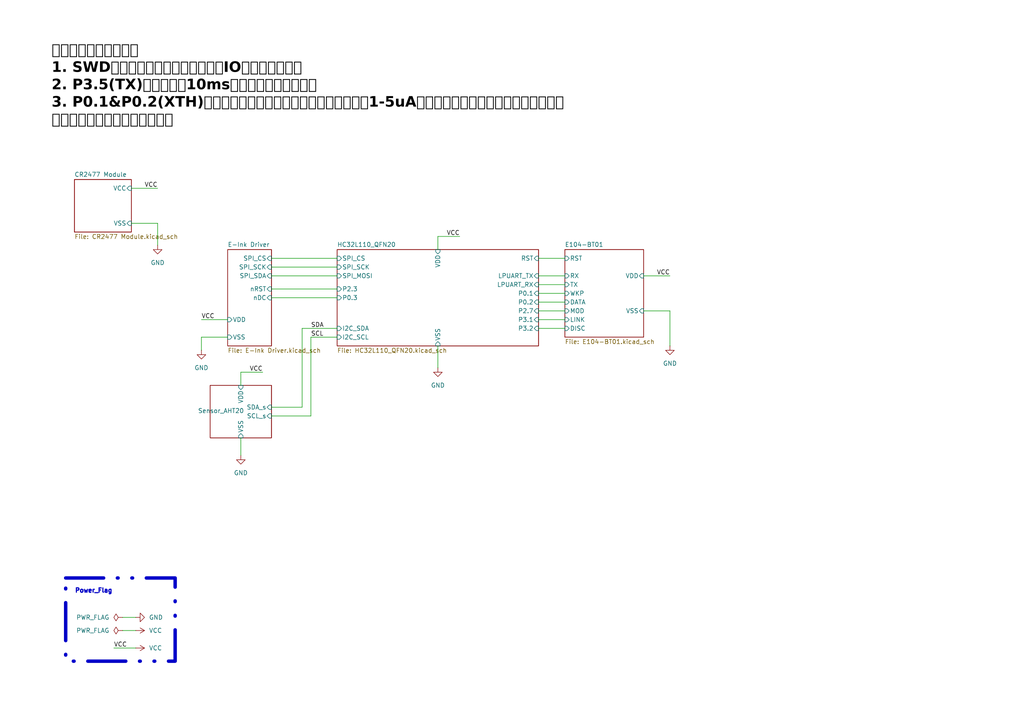
<source format=kicad_sch>
(kicad_sch (version 20231120) (generator "eeschema") (generator_version "8.0")
  (paper "A4")
  (lib_symbols
    (symbol "Library:GND" (power) (pin_numbers hide) (pin_names (offset 0) hide)
      (property "Value" "GND" (at 0 -3.81 0))
      (symbol "GND_0_1"
        (polyline (pts (xy 0 0) (xy 0 -1.27) (xy 1.27 -1.27) (xy 0 -2.54) (xy -1.27 -1.27) (xy 0 -1.27)))
      )
      (symbol "GND_1_1"
        (pin power_in line (at 0 0 270) (length 0) (name "~") (number "1"))
      )
    )
    (symbol "Library:PWR_FLAG" (power) (pin_numbers hide) (pin_names (offset 0) hide)
      (property "Value" "PWR_FLAG" (at 0 3.81 0))
      (symbol "PWR_FLAG_0_0"
        (pin power_out line (at 0 0 90) (length 0) (name "~") (number "1"))
      )
      (symbol "PWR_FLAG_0_1"
        (polyline (pts (xy 0 0) (xy 0 1.27) (xy -1.016 1.905) (xy 0 2.54) (xy 1.016 1.905) (xy 0 1.27)))
      )
    )
    (symbol "Library:VCC" (power) (pin_numbers hide) (pin_names (offset 0) hide)
      (property "Value" "VCC" (at 0 3.556 0))
      (symbol "VCC_0_1"
        (polyline (pts (xy -0.762 1.27) (xy 0 2.54)))
        (polyline (pts (xy 0 0) (xy 0 2.54)))
        (polyline (pts (xy 0 2.54) (xy 0.762 1.27)))
      )
      (symbol "VCC_1_1"
        (pin power_in line (at 0 0 90) (length 0) (name "~") (number "1"))
      )
    )
  )
  (wire (pts (xy 58.42 97.79) (xy 66.04 97.79)))
  (wire (pts (xy 78.74 74.93) (xy 97.79 74.93)))
  (wire (pts (xy 78.74 83.82) (xy 97.79 83.82)))
  (wire (pts (xy 127 68.58) (xy 127 72.39)))
  (wire (pts (xy 78.74 86.36) (xy 97.79 86.36)))
  (wire (pts (xy 35.56 179.07) (xy 39.37 179.07)))
  (wire (pts (xy 194.31 90.17) (xy 194.31 100.33)))
  (wire (pts (xy 186.69 80.01) (xy 194.31 80.01)))
  (wire (pts (xy 69.85 107.95) (xy 69.85 111.76)))
  (wire (pts (xy 133.35 68.58) (xy 127 68.58)))
  (wire (pts (xy 78.74 120.65) (xy 90.17 120.65)))
  (wire (pts (xy 156.21 90.17) (xy 163.83 90.17)))
  (wire (pts (xy 78.74 118.11) (xy 87.63 118.11)))
  (wire (pts (xy 90.17 97.79) (xy 90.17 120.65)))
  (wire (pts (xy 45.72 64.77) (xy 45.72 71.12)))
  (wire (pts (xy 35.56 182.88) (xy 39.37 182.88)))
  (wire (pts (xy 156.21 74.93) (xy 163.83 74.93)))
  (wire (pts (xy 33.02 187.96) (xy 39.37 187.96)))
  (wire (pts (xy 186.69 90.17) (xy 194.31 90.17)))
  (wire (pts (xy 156.21 95.25) (xy 163.83 95.25)))
  (wire (pts (xy 69.85 127) (xy 69.85 132.08)))
  (wire (pts (xy 38.1 54.61) (xy 45.72 54.61)))
  (wire (pts (xy 156.21 82.55) (xy 163.83 82.55)))
  (wire (pts (xy 87.63 95.25) (xy 97.79 95.25)))
  (wire (pts (xy 58.42 92.71) (xy 66.04 92.71)))
  (wire (pts (xy 97.79 97.79) (xy 90.17 97.79)))
  (wire (pts (xy 127 100.33) (xy 127 106.68)))
  (wire (pts (xy 38.1 64.77) (xy 45.72 64.77)))
  (wire (pts (xy 156.21 80.01) (xy 163.83 80.01)))
  (wire (pts (xy 78.74 80.01) (xy 97.79 80.01)))
  (wire (pts (xy 156.21 85.09) (xy 163.83 85.09)))
  (wire (pts (xy 156.21 87.63) (xy 163.83 87.63)))
  (wire (pts (xy 78.74 77.47) (xy 97.79 77.47)))
  (wire (pts (xy 58.42 101.6) (xy 58.42 97.79)))
  (wire (pts (xy 87.63 118.11) (xy 87.63 95.25)))
  (wire (pts (xy 156.21 92.71) (xy 163.83 92.71)))
  (wire (pts (xy 76.2 107.95) (xy 69.85 107.95)))
  (rectangle (start 19.05 167.64) (end 50.8 191.77) (stroke (width 1) (type dash_dot_dot)))
  (text "特殊端口复用注意项：\n1. SWD端口上电后默认高电平，直至IO端口配置生效；\n2. P3.5(TX)上电时输出10ms高电平脉冲握手信号；\n3. P0.1&P0.2(XTH)在低功耗模式下，若两引脚电平不同，会有1-5uA电流，该两引脚应尽量处于相同状态。\n请注意以上引脚外围电路影响。" (at 14.986 25.654 0) (effects (font (size 3 3) (thickness 0.4) (bold yes)) (justify left)))
  (text "Power_Flag" (at 27.178 171.45 0) (effects (font (size 1.27 1.27) (thickness 0.508) (bold yes))))
  (label "VCC" (at 45.72 54.61 180))
  (label "VCC" (at 76.2 107.95 180))
  (label "VCC" (at 133.35 68.58 180))
  (label "VCC" (at 33.02 187.96 0))
  (label "VCC" (at 58.42 92.71 0))
  (label "SDA" (at 90.17 95.25 0))
  (label "SCL" (at 90.17 97.79 0))
  (label "VCC" (at 194.31 80.01 180))
  (symbol (lib_id "Library:GND") (at 194.31 100.33 0) (unit 1)
    (property "Reference" "#PWR04" (effects (hide yes)))
    (property "Value" "GND" (at 194.31 105.41 0))
    (property "Description" "Power symbol creates a global label with name \"GND\" , ground" (effects (hide yes)))
  )
  (symbol (lib_id "Library:GND") (at 69.85 132.08 0) (unit 1)
    (property "Reference" "#PWR02" (effects (hide yes)))
    (property "Value" "GND" (at 69.85 137.16 0))
    (property "Description" "Power symbol creates a global label with name \"GND\" , ground" (effects (hide yes)))
  )
  (symbol (lib_id "Library:GND") (at 39.37 179.07 90) (unit 1)
    (property "Reference" "#PWR05" (effects (hide yes)))
    (property "Value" "GND" (at 43.18 179.0699 90) (effects (justify right)))
    (property "Description" "Power symbol creates a global label with name \"GND\" , ground" (effects (hide yes)))
  )
  (symbol (lib_id "Library:VCC") (at 39.37 182.88 270) (unit 1)
    (property "Reference" "#PWR07" (effects (hide yes)))
    (property "Value" "VCC" (at 43.18 182.8799 90) (effects (justify left)))
    (property "Description" "Power symbol creates a global label with name \"VCC\"" (effects (hide yes)))
  )
  (symbol (lib_id "Library:GND") (at 58.42 101.6 0) (unit 1)
    (property "Reference" "#PWR08" (effects (hide yes)))
    (property "Value" "GND" (at 58.42 106.68 0))
    (property "Description" "Power symbol creates a global label with name \"GND\" , ground" (effects (hide yes)))
  )
  (symbol (lib_id "Library:PWR_FLAG") (at 35.56 179.07 90) (unit 1)
    (property "Reference" "#FLG01" (effects (hide yes)))
    (property "Value" "PWR_FLAG" (at 31.75 179.0699 90) (effects (justify left)))
    (property "Description" "Special symbol for telling ERC where power comes from" (effects (hide yes)))
  )
  (symbol (lib_id "Library:VCC") (at 39.37 187.96 270) (unit 1)
    (property "Reference" "#PWR06" (effects (hide yes)))
    (property "Value" "VCC" (at 43.18 187.9599 90) (effects (justify left)))
    (property "Description" "Power symbol creates a global label with name \"VCC\"" (effects (hide yes)))
  )
  (symbol (lib_id "Library:PWR_FLAG") (at 35.56 182.88 90) (unit 1)
    (property "Reference" "#FLG02" (effects (hide yes)))
    (property "Value" "PWR_FLAG" (at 31.75 182.8799 90) (effects (justify left)))
    (property "Description" "Special symbol for telling ERC where power comes from" (effects (hide yes)))
  )
  (symbol (lib_id "Library:GND") (at 45.72 71.12 0) (unit 1)
    (property "Reference" "#PWR01" (effects (hide yes)))
    (property "Value" "GND" (at 45.72 76.2 0))
    (property "Description" "Power symbol creates a global label with name \"GND\" , ground" (effects (hide yes)))
  )
  (symbol (lib_id "Library:GND") (at 127 106.68 0) (unit 1)
    (property "Reference" "#PWR03" (effects (hide yes)))
    (property "Value" "GND" (at 127 111.76 0))
    (property "Description" "Power symbol creates a global label with name \"GND\" , ground" (effects (hide yes)))
  )
  (sheet (at 163.83 72.39) (size 22.86 25.4) (stroke (width 0.1524))
    (property "Sheetname" "E104-BT01" (at 163.83 71.6784 0) (effects (justify left bottom)))
    (property "Sheetfile" "E104-BT01.kicad_sch" (at 163.83 98.3746 0) (effects (justify left top)))
    (pin "DATA" input (at 163.83 87.63 180))
    (pin "VDD" input (at 186.69 80.01 0))
    (pin "LINK" input (at 163.83 92.71 180))
    (pin "DISC" input (at 163.83 95.25 180))
    (pin "WKP" input (at 163.83 85.09 180))
    (pin "TX" input (at 163.83 82.55 180))
    (pin "RX" input (at 163.83 80.01 180))
    (pin "RST" input (at 163.83 74.93 180))
    (pin "MOD" input (at 163.83 90.17 180))
    (pin "VSS" input (at 186.69 90.17 0))
  )
  (sheet (at 21.59 52.07) (size 16.51 15.24) (stroke (width 0.1524))
    (property "Sheetname" "CR2477 Module" (at 21.59 51.3584 0) (effects (justify left bottom)))
    (property "Sheetfile" "CR2477 Module.kicad_sch" (at 21.59 67.8946 0) (effects (justify left top)))
    (pin "VCC" input (at 38.1 54.61 0))
    (pin "VSS" input (at 38.1 64.77 0))
  )
  (sheet (at 97.79 72.39) (size 58.42 27.94) (stroke (width 0.1524))
    (property "Sheetname" "HC32L110_QFN20" (at 97.79 71.6784 0) (effects (justify left bottom)))
    (property "Sheetfile" "HC32L110_QFN20.kicad_sch" (at 97.79 100.9146 0) (effects (justify left top)))
    (pin "RST" input (at 156.21 74.93 0))
    (pin "VDD" input (at 127 72.39 90))
    (pin "SPI_CS" input (at 97.79 74.93 180))
    (pin "P0.3" input (at 97.79 86.36 180))
    (pin "P2.3" input (at 97.79 83.82 180))
    (pin "P0.2" input (at 156.21 87.63 0))
    (pin "P0.1" input (at 156.21 85.09 0))
    (pin "I2C_SDA" input (at 97.79 95.25 180))
    (pin "I2C_SCL" input (at 97.79 97.79 180))
    (pin "SPI_SCK" input (at 97.79 77.47 180))
    (pin "LPUART_RX" input (at 156.21 82.55 0))
    (pin "LPUART_TX" input (at 156.21 80.01 0))
    (pin "P3.2" input (at 156.21 95.25 0))
    (pin "P3.1" input (at 156.21 92.71 0))
    (pin "SPI_MOSI" input (at 97.79 80.01 180))
    (pin "P2.7" input (at 156.21 90.17 0))
    (pin "VSS" input (at 127 100.33 270))
  )
  (sheet (at 60.96 111.76) (size 17.78 15.24) (stroke (width 0.1524))
    (property "Sheetname" "Sensor_AHT20" (at 57.404 119.888 0) (effects (justify left bottom)))
    (property "Sheetfile" "HierSch/Demo_AHT20.kicad_sch" (effects (hide yes)))
    (pin "SCL_s" input (at 78.74 120.65 0))
    (pin "SDA_s" input (at 78.74 118.11 0))
    (pin "VDD" input (at 69.85 111.76 90))
    (pin "VSS" input (at 69.85 127 270))
  )
  (sheet (at 66.04 72.39) (size 12.7 27.94) (stroke (width 0.1524))
    (property "Sheetname" "E-Ink Driver" (at 66.04 71.6784 0) (effects (justify left bottom)))
    (property "Sheetfile" "E-Ink Driver.kicad_sch" (at 66.04 100.9146 0) (effects (justify left top)))
    (pin "SPI_SCK" input (at 78.74 77.47 0))
    (pin "VDD" input (at 66.04 92.71 180))
    (pin "VSS" input (at 66.04 97.79 180))
    (pin "SPI_SDA" input (at 78.74 80.01 0))
    (pin "SPI_CS" input (at 78.74 74.93 0))
    (pin "nRST" input (at 78.74 83.82 0))
    (pin "nDC" input (at 78.74 86.36 0))
  )
)
</source>
